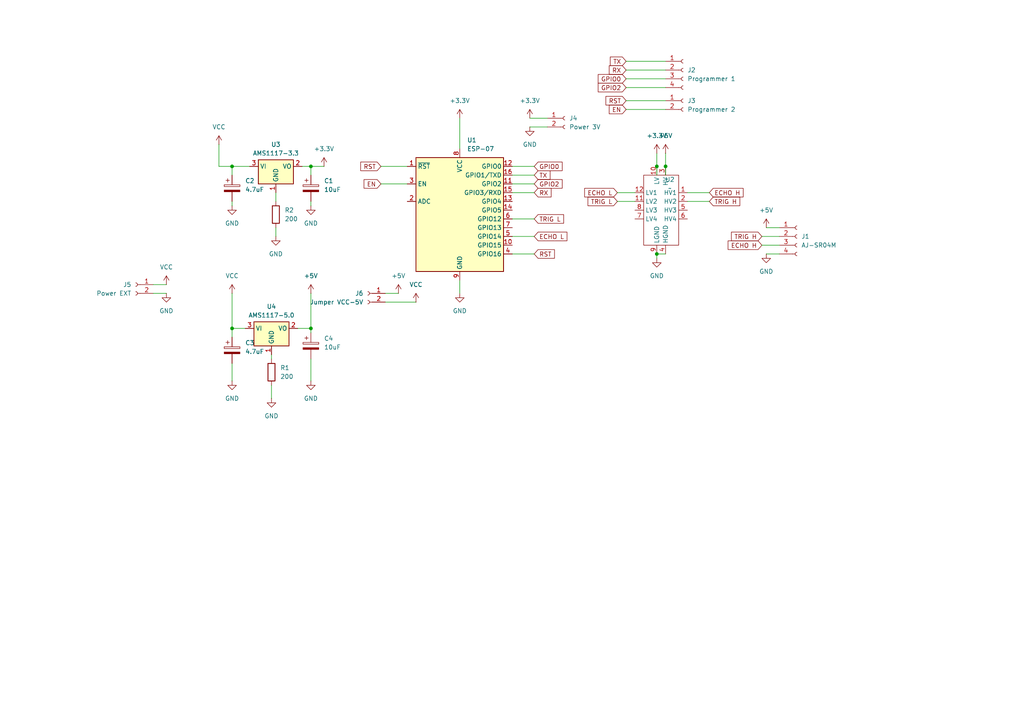
<source format=kicad_sch>
(kicad_sch (version 20250114) (generator "eeschema") (generator_version "9.0")
  (paper "A4")
  (lib_symbols
    (symbol "Connector:Conn_01x02_Socket" (pin_names (offset 1.016) (hide yes))
      (property "Reference" "J" (at 0 2.54 0))
      (property "Value" "Conn_01x02_Socket" (at 0 -5.08 0))
      (symbol "Conn_01x02_Socket_1_1"
        (polyline (pts (xy -1.27 0) (xy -0.508 0)) (stroke (width 0.1524)))
        (polyline (pts (xy -1.27 -2.54) (xy -0.508 -2.54)) (stroke (width 0.1524)))
        (arc (start 0 -0.508) (mid -0.5058 0) (end 0 0.508) (stroke (width 0.1524)))
        (arc (start 0 -3.048) (mid -0.5058 -2.54) (end 0 -2.032) (stroke (width 0.1524)))
        (pin passive line (at -5.08 0 0) (length 3.81) (name "Pin_1") (number "1"))
        (pin passive line (at -5.08 -2.54 0) (length 3.81) (name "Pin_2") (number "2"))
      )
    )
    (symbol "Connector:Conn_01x04_Socket" (pin_names (offset 1.016) (hide yes))
      (property "Reference" "J" (at 0 5.08 0))
      (property "Value" "Conn_01x04_Socket" (at 0 -7.62 0))
      (symbol "Conn_01x04_Socket_1_1"
        (polyline (pts (xy -1.27 2.54) (xy -0.508 2.54)) (stroke (width 0.1524)))
        (polyline (pts (xy -1.27 0) (xy -0.508 0)) (stroke (width 0.1524)))
        (polyline (pts (xy -1.27 -2.54) (xy -0.508 -2.54)) (stroke (width 0.1524)))
        (polyline (pts (xy -1.27 -5.08) (xy -0.508 -5.08)) (stroke (width 0.1524)))
        (arc (start 0 2.032) (mid -0.5058 2.54) (end 0 3.048) (stroke (width 0.1524)))
        (arc (start 0 -0.508) (mid -0.5058 0) (end 0 0.508) (stroke (width 0.1524)))
        (arc (start 0 -3.048) (mid -0.5058 -2.54) (end 0 -2.032) (stroke (width 0.1524)))
        (arc (start 0 -5.588) (mid -0.5058 -5.08) (end 0 -4.572) (stroke (width 0.1524)))
        (pin passive line (at -5.08 2.54 0) (length 3.81) (name "Pin_1") (number "1"))
        (pin passive line (at -5.08 0 0) (length 3.81) (name "Pin_2") (number "2"))
        (pin passive line (at -5.08 -2.54 0) (length 3.81) (name "Pin_3") (number "3"))
        (pin passive line (at -5.08 -5.08 0) (length 3.81) (name "Pin_4") (number "4"))
      )
    )
    (symbol "Device:C_Polarized" (pin_numbers (hide yes)) (pin_names (offset 0.254))
      (property "Reference" "C" (at 0.635 2.54 0))
      (property "Value" "C_Polarized" (at 0.635 -2.54 0))
      (symbol "C_Polarized_0_1"
        (rectangle (start -2.286 0.508) (end 2.286 1.016))
        (polyline (pts (xy -1.778 2.286) (xy -0.762 2.286)))
        (polyline (pts (xy -1.27 2.794) (xy -1.27 1.778)))
        (rectangle (start 2.286 -0.508) (end -2.286 -1.016) (fill (type outline)))
      )
      (symbol "C_Polarized_1_1"
        (pin passive line (at 0 3.81 270) (length 2.794) (name "~") (number "1"))
        (pin passive line (at 0 -3.81 90) (length 2.794) (name "~") (number "2"))
      )
    )
    (symbol "Device:R" (pin_numbers (hide yes)) (pin_names (offset 0))
      (property "Reference" "R" (at 2.032 0 90))
      (property "Value" "R" (at 0 0 90))
      (symbol "R_0_1"
        (rectangle (start -1.016 -2.54) (end 1.016 2.54) (stroke (width 0.254)))
      )
      (symbol "R_1_1"
        (pin passive line (at 0 3.81 270) (length 1.27) (name "~") (number "1"))
        (pin passive line (at 0 -3.81 90) (length 1.27) (name "~") (number "2"))
      )
    )
    (symbol "RF_Module:ESP-07"
      (property "Reference" "U" (at -12.7 19.05 0))
      (property "Value" "ESP-07" (at 12.7 19.05 0))
      (symbol "ESP-07_0_1"
        (rectangle (start -12.7 17.78) (end 12.7 -15.24) (stroke (width 0.254)) (fill (type background)))
      )
      (symbol "ESP-07_1_1"
        (pin input line (at -15.24 15.24 0) (length 2.54) (name "~{RST}") (number "1"))
        (pin input line (at -15.24 10.16 0) (length 2.54) (name "EN") (number "3"))
        (pin input line (at -15.24 5.08 0) (length 2.54) (name "ADC") (number "2"))
        (pin power_in line (at 0 20.32 270) (length 2.54) (name "VCC") (number "8"))
        (pin power_in line (at 0 -17.78 90) (length 2.54) (name "GND") (number "9"))
        (pin bidirectional line (at 15.24 15.24 180) (length 2.54) (name "GPIO0") (number "12"))
        (pin bidirectional line (at 15.24 12.7 180) (length 2.54) (name "GPIO1/TXD") (number "16"))
        (pin bidirectional line (at 15.24 10.16 180) (length 2.54) (name "GPIO2") (number "11"))
        (pin bidirectional line (at 15.24 7.62 180) (length 2.54) (name "GPIO3/RXD") (number "15"))
        (pin bidirectional line (at 15.24 5.08 180) (length 2.54) (name "GPIO4") (number "13"))
        (pin bidirectional line (at 15.24 2.54 180) (length 2.54) (name "GPIO5") (number "14"))
        (pin bidirectional line (at 15.24 0 180) (length 2.54) (name "GPIO12") (number "6"))
        (pin bidirectional line (at 15.24 -2.54 180) (length 2.54) (name "GPIO13") (number "7"))
        (pin bidirectional line (at 15.24 -5.08 180) (length 2.54) (name "GPIO14") (number "5"))
        (pin bidirectional line (at 15.24 -7.62 180) (length 2.54) (name "GPIO15") (number "10"))
        (pin bidirectional line (at 15.24 -10.16 180) (length 2.54) (name "GPIO16") (number "4"))
      )
    )
    (symbol "Regulator_Linear:AMS1117-3.3"
      (property "Reference" "U" (at -3.81 3.175 0))
      (property "Value" "AMS1117-3.3" (at 0 3.175 0))
      (symbol "AMS1117-3.3_0_1"
        (rectangle (start -5.08 -5.08) (end 5.08 1.905) (stroke (width 0.254)) (fill (type background)))
      )
      (symbol "AMS1117-3.3_1_1"
        (pin power_in line (at -7.62 0 0) (length 2.54) (name "VI") (number "3"))
        (pin power_in line (at 0 -7.62 90) (length 2.54) (name "GND") (number "1"))
        (pin power_out line (at 7.62 0 180) (length 2.54) (name "VO") (number "2"))
      )
    )
    (symbol "Regulator_Linear:AMS1117-5.0"
      (property "Reference" "U" (at -3.81 3.175 0))
      (property "Value" "AMS1117-5.0" (at 0 3.175 0))
      (symbol "AMS1117-5.0_0_1"
        (rectangle (start -5.08 -5.08) (end 5.08 1.905) (stroke (width 0.254)) (fill (type background)))
      )
      (symbol "AMS1117-5.0_1_1"
        (pin power_in line (at -7.62 0 0) (length 2.54) (name "VI") (number "3"))
        (pin power_in line (at 0 -7.62 90) (length 2.54) (name "GND") (number "1"))
        (pin power_out line (at 7.62 0 180) (length 2.54) (name "VO") (number "2"))
      )
    )
    (symbol "personal:LogicLevelConverter"
      (property "Reference" "U" (at 0 0 0))
      (symbol "LogicLevelConverter_0_1"
        (rectangle (start -10.16 11.43) (end 0 -8.89))
      )
      (symbol "LogicLevelConverter_1_1"
        (pin bidirectional line (at -12.7 6.35 0) (length 2.54) (name "LV1") (number "12"))
        (pin bidirectional line (at -12.7 3.81 0) (length 2.54) (name "LV2") (number "11"))
        (pin bidirectional line (at -12.7 1.27 0) (length 2.54) (name "LV3") (number "8"))
        (pin bidirectional line (at -12.7 -1.27 0) (length 2.54) (name "LV4") (number "7"))
        (pin power_in line (at -6.35 13.97 270) (length 2.54) (name "LV") (number "10"))
        (pin power_in line (at -6.35 -11.43 90) (length 2.54) (name "LGND") (number "9"))
        (pin power_in line (at -3.81 13.97 270) (length 2.54) (name "HV") (number "3"))
        (pin power_in line (at -3.81 -11.43 90) (length 2.54) (name "HGND") (number "4"))
        (pin bidirectional line (at 2.54 6.35 180) (length 2.54) (name "HV1") (number "1"))
        (pin bidirectional line (at 2.54 3.81 180) (length 2.54) (name "HV2") (number "2"))
        (pin bidirectional line (at 2.54 1.27 180) (length 2.54) (name "HV3") (number "5"))
        (pin bidirectional line (at 2.54 -1.27 180) (length 2.54) (name "HV4") (number "6"))
      )
    )
    (symbol "power:+3.3V" (power) (pin_numbers (hide yes)) (pin_names (offset 0) (hide yes))
      (property "Value" "+3.3V" (at 0 3.556 0))
      (symbol "+3.3V_0_1"
        (polyline (pts (xy -0.762 1.27) (xy 0 2.54)))
        (polyline (pts (xy 0 2.54) (xy 0.762 1.27)))
        (polyline (pts (xy 0 0) (xy 0 2.54)))
      )
      (symbol "+3.3V_1_1"
        (pin power_in line (at 0 0 90) (length 0) (name "~") (number "1"))
      )
    )
    (symbol "power:+5V" (power) (pin_numbers (hide yes)) (pin_names (offset 0) (hide yes))
      (property "Value" "+5V" (at 0 3.556 0))
      (symbol "+5V_0_1"
        (polyline (pts (xy -0.762 1.27) (xy 0 2.54)))
        (polyline (pts (xy 0 2.54) (xy 0.762 1.27)))
        (polyline (pts (xy 0 0) (xy 0 2.54)))
      )
      (symbol "+5V_1_1"
        (pin power_in line (at 0 0 90) (length 0) (name "~") (number "1"))
      )
    )
    (symbol "power:GND" (power) (pin_numbers (hide yes)) (pin_names (offset 0) (hide yes))
      (property "Value" "GND" (at 0 -3.81 0))
      (symbol "GND_0_1"
        (polyline (pts (xy 0 0) (xy 0 -1.27) (xy 1.27 -1.27) (xy 0 -2.54) (xy -1.27 -1.27) (xy 0 -1.27)))
      )
      (symbol "GND_1_1"
        (pin power_in line (at 0 0 270) (length 0) (name "~") (number "1"))
      )
    )
    (symbol "power:VCC" (power) (pin_numbers (hide yes)) (pin_names (offset 0) (hide yes))
      (property "Value" "VCC" (at 0 3.556 0))
      (symbol "VCC_0_1"
        (polyline (pts (xy -0.762 1.27) (xy 0 2.54)))
        (polyline (pts (xy 0 2.54) (xy 0.762 1.27)))
        (polyline (pts (xy 0 0) (xy 0 2.54)))
      )
      (symbol "VCC_1_1"
        (pin power_in line (at 0 0 90) (length 0) (name "~") (number "1"))
      )
    )
  )
  (junction (at 67.31 48.26))
  (junction (at 90.17 48.26))
  (junction (at 190.5 48.26))
  (junction (at 190.5 73.66))
  (junction (at 90.17 95.25))
  (junction (at 67.31 95.25))
  (junction (at 193.04 48.26))
  (wire (pts (xy 181.61 29.21) (xy 193.04 29.21)))
  (wire (pts (xy 222.25 73.66) (xy 226.06 73.66)))
  (wire (pts (xy 148.59 53.34) (xy 154.94 53.34)))
  (wire (pts (xy 133.35 34.29) (xy 133.35 43.18)))
  (wire (pts (xy 86.36 95.25) (xy 90.17 95.25)))
  (wire (pts (xy 148.59 73.66) (xy 154.94 73.66)))
  (wire (pts (xy 87.63 48.26) (xy 90.17 48.26)))
  (wire (pts (xy 199.39 55.88) (xy 205.74 55.88)))
  (wire (pts (xy 44.45 82.55) (xy 48.26 82.55)))
  (wire (pts (xy 80.01 55.88) (xy 80.01 58.42)))
  (wire (pts (xy 190.5 73.66) (xy 190.5 74.93)))
  (wire (pts (xy 67.31 95.25) (xy 67.31 97.79)))
  (wire (pts (xy 220.98 68.58) (xy 226.06 68.58)))
  (wire (pts (xy 148.59 48.26) (xy 154.94 48.26)))
  (wire (pts (xy 90.17 95.25) (xy 90.17 96.52)))
  (wire (pts (xy 181.61 17.78) (xy 193.04 17.78)))
  (wire (pts (xy 179.07 55.88) (xy 184.15 55.88)))
  (wire (pts (xy 148.59 63.5) (xy 154.94 63.5)))
  (wire (pts (xy 67.31 58.42) (xy 67.31 59.69)))
  (wire (pts (xy 148.59 55.88) (xy 154.94 55.88)))
  (wire (pts (xy 111.76 87.63) (xy 120.65 87.63)))
  (wire (pts (xy 153.67 36.83) (xy 158.75 36.83)))
  (wire (pts (xy 179.07 58.42) (xy 184.15 58.42)))
  (wire (pts (xy 44.45 85.09) (xy 48.26 85.09)))
  (wire (pts (xy 181.61 20.32) (xy 193.04 20.32)))
  (wire (pts (xy 110.49 53.34) (xy 118.11 53.34)))
  (wire (pts (xy 90.17 58.42) (xy 90.17 59.69)))
  (wire (pts (xy 190.5 48.26) (xy 190.5 50.8)))
  (wire (pts (xy 78.74 102.87) (xy 78.74 104.14)))
  (wire (pts (xy 110.49 48.26) (xy 118.11 48.26)))
  (wire (pts (xy 90.17 104.14) (xy 90.17 110.49)))
  (wire (pts (xy 67.31 48.26) (xy 72.39 48.26)))
  (wire (pts (xy 181.61 22.86) (xy 193.04 22.86)))
  (wire (pts (xy 153.67 34.29) (xy 158.75 34.29)))
  (wire (pts (xy 90.17 48.26) (xy 93.98 48.26)))
  (wire (pts (xy 222.25 66.04) (xy 226.06 66.04)))
  (wire (pts (xy 67.31 85.09) (xy 67.31 95.25)))
  (wire (pts (xy 78.74 111.76) (xy 78.74 115.57)))
  (wire (pts (xy 181.61 25.4) (xy 193.04 25.4)))
  (wire (pts (xy 199.39 58.42) (xy 205.74 58.42)))
  (wire (pts (xy 133.35 81.28) (xy 133.35 85.09)))
  (wire (pts (xy 80.01 66.04) (xy 80.01 68.58)))
  (wire (pts (xy 148.59 50.8) (xy 154.94 50.8)))
  (wire (pts (xy 193.04 44.45) (xy 193.04 48.26)))
  (wire (pts (xy 63.5 41.91) (xy 63.5 48.26)))
  (wire (pts (xy 67.31 95.25) (xy 71.12 95.25)))
  (wire (pts (xy 190.5 44.45) (xy 190.5 48.26)))
  (wire (pts (xy 111.76 85.09) (xy 115.57 85.09)))
  (wire (pts (xy 63.5 48.26) (xy 67.31 48.26)))
  (wire (pts (xy 148.59 68.58) (xy 154.94 68.58)))
  (wire (pts (xy 67.31 105.41) (xy 67.31 110.49)))
  (wire (pts (xy 90.17 48.26) (xy 90.17 50.8)))
  (wire (pts (xy 193.04 48.26) (xy 193.04 50.8)))
  (wire (pts (xy 90.17 85.09) (xy 90.17 95.25)))
  (wire (pts (xy 67.31 48.26) (xy 67.31 50.8)))
  (wire (pts (xy 181.61 31.75) (xy 193.04 31.75)))
  (wire (pts (xy 190.5 73.66) (xy 193.04 73.66)))
  (wire (pts (xy 220.98 71.12) (xy 226.06 71.12)))
  (global_label "RST" (shape input) (at 154.94 73.66 0) (property "Intersheetrefs" "${INTERSHEET_REFS}" (effects (hide yes))))
  (global_label "TX" (shape input) (at 154.94 50.8 0) (property "Intersheetrefs" "${INTERSHEET_REFS}" (effects (hide yes))))
  (global_label "GPIO2" (shape input) (at 181.61 25.4 180) (property "Intersheetrefs" "${INTERSHEET_REFS}" (effects (hide yes))))
  (global_label "RX" (shape input) (at 154.94 55.88 0) (property "Intersheetrefs" "${INTERSHEET_REFS}" (effects (hide yes))))
  (global_label "ECHO L" (shape input) (at 154.94 68.58 0) (property "Intersheetrefs" "${INTERSHEET_REFS}" (effects (hide yes))))
  (global_label "EN" (shape input) (at 110.49 53.34 180) (property "Intersheetrefs" "${INTERSHEET_REFS}" (effects (hide yes))))
  (global_label "ECHO H" (shape input) (at 205.74 55.88 0) (property "Intersheetrefs" "${INTERSHEET_REFS}" (effects (hide yes))))
  (global_label "RST" (shape input) (at 110.49 48.26 180) (property "Intersheetrefs" "${INTERSHEET_REFS}" (effects (hide yes))))
  (global_label "GPIO0" (shape input) (at 154.94 48.26 0) (property "Intersheetrefs" "${INTERSHEET_REFS}" (effects (hide yes))))
  (global_label "ECHO H" (shape input) (at 220.98 71.12 180) (property "Intersheetrefs" "${INTERSHEET_REFS}" (effects (hide yes))))
  (global_label "GPIO2" (shape input) (at 154.94 53.34 0) (property "Intersheetrefs" "${INTERSHEET_REFS}" (effects (hide yes))))
  (global_label "EN" (shape input) (at 181.61 31.75 180) (property "Intersheetrefs" "${INTERSHEET_REFS}" (effects (hide yes))))
  (global_label "TX" (shape input) (at 181.61 17.78 180) (property "Intersheetrefs" "${INTERSHEET_REFS}" (effects (hide yes))))
  (global_label "TRIG L" (shape input) (at 154.94 63.5 0) (property "Intersheetrefs" "${INTERSHEET_REFS}" (effects (hide yes))))
  (global_label "TRIG L" (shape input) (at 179.07 58.42 180) (property "Intersheetrefs" "${INTERSHEET_REFS}" (effects (hide yes))))
  (global_label "TRIG H" (shape input) (at 220.98 68.58 180) (property "Intersheetrefs" "${INTERSHEET_REFS}" (effects (hide yes))))
  (global_label "RST" (shape input) (at 181.61 29.21 180) (property "Intersheetrefs" "${INTERSHEET_REFS}" (effects (hide yes))))
  (global_label "TRIG H" (shape input) (at 205.74 58.42 0) (property "Intersheetrefs" "${INTERSHEET_REFS}" (effects (hide yes))))
  (global_label "GPIO0" (shape input) (at 181.61 22.86 180) (property "Intersheetrefs" "${INTERSHEET_REFS}" (effects (hide yes))))
  (global_label "ECHO L" (shape input) (at 179.07 55.88 180) (property "Intersheetrefs" "${INTERSHEET_REFS}" (effects (hide yes))))
  (global_label "RX" (shape input) (at 181.61 20.32 180) (property "Intersheetrefs" "${INTERSHEET_REFS}" (effects (hide yes))))
  (symbol (lib_id "power:VCC") (at 48.26 82.55 0) (unit 1)
    (property "Reference" "#PWR016" (effects (hide yes)))
    (property "Value" "VCC" (at 48.26 77.47 0))
    (property "Description" "Power symbol creates a global label with name \"VCC\"" (effects (hide yes)))
  )
  (symbol (lib_id "power:GND") (at 90.17 110.49 0) (unit 1)
    (property "Reference" "#PWR023" (effects (hide yes)))
    (property "Value" "GND" (at 90.17 115.57 0))
    (property "Description" "Power symbol creates a global label with name \"GND\" , ground" (effects (hide yes)))
  )
  (symbol (lib_id "Regulator_Linear:AMS1117-3.3") (at 80.01 48.26 0) (unit 1)
    (property "Reference" "U3" (at 80.01 41.91 0))
    (property "Value" "AMS1117-3.3" (at 80.01 44.45 0))
    (property "Footprint" "Package_TO_SOT_SMD:SOT-223-3_TabPin2" (effects (hide yes)))
    (property "Datasheet" "http://www.advanced-monolithic.com/pdf/ds1117.pdf" (effects (hide yes)))
    (property "Description" "1A Low Dropout regulator, positive, 3.3V fixed output, SOT-223" (effects (hide yes)))
  )
  (symbol (lib_id "power:GND") (at 222.25 73.66 0) (unit 1)
    (property "Reference" "#PWR011" (effects (hide yes)))
    (property "Value" "GND" (at 222.25 78.74 0))
    (property "Description" "Power symbol creates a global label with name \"GND\" , ground" (effects (hide yes)))
  )
  (symbol (lib_id "Device:C_Polarized") (at 90.17 100.33 0) (unit 1)
    (property "Reference" "C4" (at 93.98 98.1709 0) (effects (justify left)))
    (property "Value" "10uF" (at 93.98 100.7109 0) (effects (justify left)))
    (property "Footprint" "Capacitor_SMD:C_0805_2012Metric" (effects (hide yes)))
  )
  (symbol (lib_id "power:VCC") (at 63.5 41.91 0) (unit 1)
    (property "Reference" "#PWR024" (effects (hide yes)))
    (property "Value" "VCC" (at 63.5 36.83 0))
    (property "Description" "Power symbol creates a global label with name \"VCC\"" (effects (hide yes)))
  )
  (symbol (lib_id "power:GND") (at 80.01 68.58 0) (unit 1)
    (property "Reference" "#PWR02" (effects (hide yes)))
    (property "Value" "GND" (at 80.01 73.66 0))
    (property "Description" "Power symbol creates a global label with name \"GND\" , ground" (effects (hide yes)))
  )
  (symbol (lib_id "power:GND") (at 153.67 36.83 0) (unit 1)
    (property "Reference" "#PWR07" (effects (hide yes)))
    (property "Value" "GND" (at 153.67 41.91 0))
    (property "Description" "Power symbol creates a global label with name \"GND\" , ground" (effects (hide yes)))
  )
  (symbol (lib_id "Connector:Conn_01x02_Socket") (at 163.83 34.29 0) (unit 1)
    (property "Reference" "J4" (at 165.1 34.2899 0) (effects (justify left)))
    (property "Value" "Power 3V" (at 165.1 36.8299 0) (effects (justify left)))
    (property "Footprint" "Connector_PinSocket_2.54mm:PinSocket_1x02_P2.54mm_Vertical" (effects (hide yes)))
    (property "Description" "Generic connector, single row, 01x02, script generated" (effects (hide yes)))
  )
  (symbol (lib_id "power:+5V") (at 222.25 66.04 0) (unit 1)
    (property "Reference" "#PWR010" (effects (hide yes)))
    (property "Value" "+5V" (at 222.25 60.96 0))
    (property "Description" "Power symbol creates a global label with name \"+5V\"" (effects (hide yes)))
  )
  (symbol (lib_id "Connector:Conn_01x02_Socket") (at 39.37 82.55 0) (mirror y) (unit 1)
    (property "Reference" "J5" (at 38.1 82.5499 0) (effects (justify left)))
    (property "Value" "Power EXT" (at 38.1 85.0899 0) (effects (justify left)))
    (property "Footprint" "Connector_PinSocket_2.54mm:PinSocket_1x02_P2.54mm_Vertical" (effects (hide yes)))
    (property "Description" "Generic connector, single row, 01x02, script generated" (effects (hide yes)))
  )
  (symbol (lib_id "power:+5V") (at 193.04 44.45 0) (unit 1)
    (property "Reference" "#PWR09" (effects (hide yes)))
    (property "Value" "+5V" (at 193.04 39.37 0))
    (property "Description" "Power symbol creates a global label with name \"+5V\"" (effects (hide yes)))
  )
  (symbol (lib_id "power:VCC") (at 120.65 87.63 0) (unit 1)
    (property "Reference" "#PWR025" (effects (hide yes)))
    (property "Value" "VCC" (at 120.65 82.55 0))
    (property "Description" "Power symbol creates a global label with name \"VCC\"" (effects (hide yes)))
  )
  (symbol (lib_id "Device:C_Polarized") (at 67.31 54.61 0) (unit 1)
    (property "Reference" "C2" (at 71.12 52.4509 0) (effects (justify left)))
    (property "Value" "4.7uF" (at 71.12 54.9909 0) (effects (justify left)))
    (property "Footprint" "Capacitor_SMD:C_1206_3216Metric" (effects (hide yes)))
  )
  (symbol (lib_id "power:+3.3V") (at 190.5 44.45 0) (unit 1)
    (property "Reference" "#PWR05" (effects (hide yes)))
    (property "Value" "+3.3V" (at 190.5 39.37 0))
    (property "Description" "Power symbol creates a global label with name \"+3.3V\"" (effects (hide yes)))
  )
  (symbol (lib_id "power:+5V") (at 115.57 85.09 0) (unit 1)
    (property "Reference" "#PWR018" (effects (hide yes)))
    (property "Value" "+5V" (at 115.57 80.01 0))
    (property "Description" "Power symbol creates a global label with name \"+5V\"" (effects (hide yes)))
  )
  (symbol (lib_id "Device:R") (at 80.01 62.23 0) (unit 1)
    (property "Reference" "R2" (at 82.55 60.9599 0) (effects (justify left)))
    (property "Value" "200" (at 82.55 63.4999 0) (effects (justify left)))
    (property "Footprint" "Resistor_SMD:R_0805_2012Metric" (effects (hide yes)))
  )
  (symbol (lib_id "Connector:Conn_01x02_Socket") (at 106.68 85.09 0) (mirror y) (unit 1)
    (property "Reference" "J6" (at 105.41 85.0899 0) (effects (justify left)))
    (property "Value" "Jumper VCC-5V" (at 105.41 87.6299 0) (effects (justify left)))
    (property "Footprint" "Connector_PinSocket_2.54mm:PinSocket_1x02_P2.54mm_Vertical" (effects (hide yes)))
    (property "Description" "Generic connector, single row, 01x02, script generated" (effects (hide yes)))
  )
  (symbol (lib_id "Device:R") (at 78.74 107.95 0) (unit 1)
    (property "Reference" "R1" (at 81.28 106.6799 0) (effects (justify left)))
    (property "Value" "200" (at 81.28 109.2199 0) (effects (justify left)))
    (property "Footprint" "Resistor_SMD:R_0805_2012Metric" (effects (hide yes)))
  )
  (symbol (lib_id "power:GND") (at 90.17 59.69 0) (unit 1)
    (property "Reference" "#PWR021" (effects (hide yes)))
    (property "Value" "GND" (at 90.17 64.77 0))
    (property "Description" "Power symbol creates a global label with name \"GND\" , ground" (effects (hide yes)))
  )
  (symbol (lib_id "Device:C_Polarized") (at 90.17 54.61 0) (unit 1)
    (property "Reference" "C1" (at 93.98 52.4509 0) (effects (justify left)))
    (property "Value" "10uF" (at 93.98 54.9909 0) (effects (justify left)))
    (property "Footprint" "Capacitor_SMD:C_0805_2012Metric" (effects (hide yes)))
  )
  (symbol (lib_id "power:GND") (at 133.35 85.09 0) (unit 1)
    (property "Reference" "#PWR06" (effects (hide yes)))
    (property "Value" "GND" (at 133.35 90.17 0))
    (property "Description" "Power symbol creates a global label with name \"GND\" , ground" (effects (hide yes)))
  )
  (symbol (lib_id "Connector:Conn_01x02_Socket") (at 198.12 29.21 0) (unit 1)
    (property "Reference" "J3" (at 199.39 29.2099 0) (effects (justify left)))
    (property "Value" "Programmer 2" (at 199.39 31.7499 0) (effects (justify left)))
    (property "Footprint" "Connector_PinSocket_2.54mm:PinSocket_1x02_P2.54mm_Vertical" (effects (hide yes)))
    (property "Description" "Generic connector, single row, 01x02, script generated" (effects (hide yes)))
  )
  (symbol (lib_id "Regulator_Linear:AMS1117-5.0") (at 78.74 95.25 0) (unit 1)
    (property "Reference" "U4" (at 78.74 88.9 0))
    (property "Value" "AMS1117-5.0" (at 78.74 91.44 0))
    (property "Footprint" "Package_TO_SOT_SMD:SOT-223-3_TabPin2" (effects (hide yes)))
    (property "Datasheet" "http://www.advanced-monolithic.com/pdf/ds1117.pdf" (effects (hide yes)))
    (property "Description" "1A Low Dropout regulator, positive, 5.0V fixed output, SOT-223" (effects (hide yes)))
  )
  (symbol (lib_id "power:GND") (at 190.5 74.93 0) (unit 1)
    (property "Reference" "#PWR08" (effects (hide yes)))
    (property "Value" "GND" (at 190.5 80.01 0))
    (property "Description" "Power symbol creates a global label with name \"GND\" , ground" (effects (hide yes)))
  )
  (symbol (lib_id "power:+3.3V") (at 153.67 34.29 0) (unit 1)
    (property "Reference" "#PWR012" (effects (hide yes)))
    (property "Value" "+3.3V" (at 153.67 29.21 0))
    (property "Description" "Power symbol creates a global label with name \"+3.3V\"" (effects (hide yes)))
  )
  (symbol (lib_id "Connector:Conn_01x04_Socket") (at 231.14 68.58 0) (unit 1)
    (property "Reference" "J1" (at 232.41 68.5799 0) (effects (justify left)))
    (property "Value" "AJ-SR04M" (at 232.41 71.1199 0) (effects (justify left)))
    (property "Footprint" "Connector_PinSocket_2.54mm:PinSocket_1x04_P2.54mm_Vertical" (effects (hide yes)))
    (property "Description" "Generic connector, single row, 01x04, script generated" (effects (hide yes)))
  )
  (symbol (lib_id "Connector:Conn_01x04_Socket") (at 198.12 20.32 0) (unit 1)
    (property "Reference" "J2" (at 199.39 20.3199 0) (effects (justify left)))
    (property "Value" "Programmer 1" (at 199.39 22.8599 0) (effects (justify left)))
    (property "Footprint" "Connector_PinSocket_2.54mm:PinSocket_1x04_P2.54mm_Vertical" (effects (hide yes)))
    (property "Description" "Generic connector, single row, 01x04, script generated" (effects (hide yes)))
  )
  (symbol (lib_id "power:+5V") (at 90.17 85.09 0) (unit 1)
    (property "Reference" "#PWR014" (effects (hide yes)))
    (property "Value" "+5V" (at 90.17 80.01 0))
    (property "Description" "Power symbol creates a global label with name \"+5V\"" (effects (hide yes)))
  )
  (symbol (lib_id "personal:LogicLevelConverter") (at 196.85 62.23 0) (unit 1)
    (property "Reference" "U2" (at 194.31 52.07 0))
    (property "Value" "~" (at 194.31 54.61 0))
    (property "Footprint" "personal:LogicLevelConverter_4CH" (effects (hide yes)))
  )
  (symbol (lib_id "power:+3.3V") (at 93.98 48.26 0) (unit 1)
    (property "Reference" "#PWR03" (effects (hide yes)))
    (property "Value" "+3.3V" (at 93.98 43.18 0))
    (property "Description" "Power symbol creates a global label with name \"+3.3V\"" (effects (hide yes)))
  )
  (symbol (lib_id "Device:C_Polarized") (at 67.31 101.6 0) (unit 1)
    (property "Reference" "C3" (at 71.12 99.4409 0) (effects (justify left)))
    (property "Value" "4.7uF" (at 71.12 101.9809 0) (effects (justify left)))
    (property "Footprint" "Capacitor_SMD:C_1206_3216Metric" (effects (hide yes)))
  )
  (symbol (lib_id "RF_Module:ESP-07") (at 133.35 63.5 0) (unit 1)
    (property "Reference" "U1" (at 135.4933 40.64 0) (effects (justify left)))
    (property "Value" "ESP-07" (at 135.4933 43.18 0) (effects (justify left)))
    (property "Footprint" "RF_Module:ESP-07" (effects (hide yes)))
    (property "Datasheet" "http://wiki.ai-thinker.com/_media/esp8266/esp8266_series_modules_user_manual_v1.1.pdf" (effects (hide yes)))
    (property "Description" "802.11 b/g/n Wi-Fi Module" (effects (hide yes)))
  )
  (symbol (lib_id "power:+3.3V") (at 133.35 34.29 0) (unit 1)
    (property "Reference" "#PWR04" (effects (hide yes)))
    (property "Value" "+3.3V" (at 133.35 29.21 0))
    (property "Description" "Power symbol creates a global label with name \"+3.3V\"" (effects (hide yes)))
  )
  (symbol (lib_id "power:VCC") (at 67.31 85.09 0) (unit 1)
    (property "Reference" "#PWR015" (effects (hide yes)))
    (property "Value" "VCC" (at 67.31 80.01 0))
    (property "Description" "Power symbol creates a global label with name \"VCC\"" (effects (hide yes)))
  )
  (symbol (lib_id "power:GND") (at 78.74 115.57 0) (unit 1)
    (property "Reference" "#PWR013" (effects (hide yes)))
    (property "Value" "GND" (at 78.74 120.65 0))
    (property "Description" "Power symbol creates a global label with name \"GND\" , ground" (effects (hide yes)))
  )
  (symbol (lib_id "power:GND") (at 48.26 85.09 0) (unit 1)
    (property "Reference" "#PWR017" (effects (hide yes)))
    (property "Value" "GND" (at 48.26 90.17 0))
    (property "Description" "Power symbol creates a global label with name \"GND\" , ground" (effects (hide yes)))
  )
  (symbol (lib_id "power:GND") (at 67.31 110.49 0) (unit 1)
    (property "Reference" "#PWR022" (effects (hide yes)))
    (property "Value" "GND" (at 67.31 115.57 0))
    (property "Description" "Power symbol creates a global label with name \"GND\" , ground" (effects (hide yes)))
  )
  (symbol (lib_id "power:GND") (at 67.31 59.69 0) (unit 1)
    (property "Reference" "#PWR020" (effects (hide yes)))
    (property "Value" "GND" (at 67.31 64.77 0))
    (property "Description" "Power symbol creates a global label with name \"GND\" , ground" (effects (hide yes)))
  )
)
</source>
